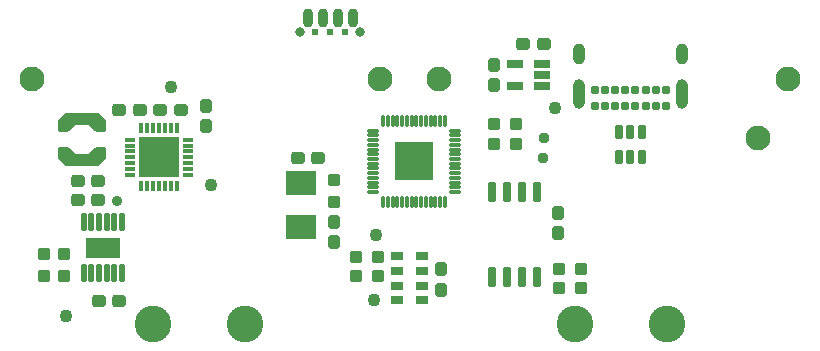
<source format=gbs>
G04 #@! TF.GenerationSoftware,KiCad,Pcbnew,7.0.5-0*
G04 #@! TF.CreationDate,2023-10-09T15:45:39-04:00*
G04 #@! TF.ProjectId,SLAPS_Solar_Harvester,534c4150-535f-4536-9f6c-61725f486172,V1.1*
G04 #@! TF.SameCoordinates,Original*
G04 #@! TF.FileFunction,Soldermask,Bot*
G04 #@! TF.FilePolarity,Negative*
%FSLAX46Y46*%
G04 Gerber Fmt 4.6, Leading zero omitted, Abs format (unit mm)*
G04 Created by KiCad (PCBNEW 7.0.5-0) date 2023-10-09 15:45:39*
%MOMM*%
%LPD*%
G01*
G04 APERTURE LIST*
G04 Aperture macros list*
%AMRoundRect*
0 Rectangle with rounded corners*
0 $1 Rounding radius*
0 $2 $3 $4 $5 $6 $7 $8 $9 X,Y pos of 4 corners*
0 Add a 4 corners polygon primitive as box body*
4,1,4,$2,$3,$4,$5,$6,$7,$8,$9,$2,$3,0*
0 Add four circle primitives for the rounded corners*
1,1,$1+$1,$2,$3*
1,1,$1+$1,$4,$5*
1,1,$1+$1,$6,$7*
1,1,$1+$1,$8,$9*
0 Add four rect primitives between the rounded corners*
20,1,$1+$1,$2,$3,$4,$5,0*
20,1,$1+$1,$4,$5,$6,$7,0*
20,1,$1+$1,$6,$7,$8,$9,0*
20,1,$1+$1,$8,$9,$2,$3,0*%
%AMFreePoly0*
4,1,39,1.035011,1.991743,1.035046,1.991728,1.061728,1.965046,1.061743,1.965011,1.065850,1.945000,1.065850,1.170000,1.062217,1.151133,1.062203,1.151098,1.051413,1.134505,0.485850,0.554315,0.485850,-0.554315,1.051413,-1.134505,1.062203,-1.151098,1.062217,-1.151133,1.065850,-1.170000,1.065850,-1.945000,1.061743,-1.965011,1.061728,-1.965046,1.035046,-1.991728,1.035011,-1.991743,
1.015000,-1.995850,0.115000,-1.995850,0.095462,-1.991942,0.095426,-1.991927,0.079043,-1.980956,-0.470956,-1.430956,-0.481728,-1.415046,-0.481743,-1.415011,-0.485850,-1.395000,-0.485850,1.395000,-0.481942,1.414538,-0.481927,1.414574,-0.470631,1.431279,0.089369,1.981278,0.104954,1.991728,0.104989,1.991743,0.125000,1.995850,1.015000,1.995850,1.035011,1.991743,1.035011,1.991743,
$1*%
%AMFreePoly1*
4,1,44,-0.108300,1.992306,-0.108075,1.992946,-0.108058,1.992940,-0.106394,1.991901,-0.104368,1.991472,-0.104350,1.991464,-0.104641,1.990808,-0.089369,1.981279,0.470631,1.431278,0.481728,1.415046,0.481743,1.415011,0.485850,1.395000,0.485850,-1.395000,0.481942,-1.414538,0.481927,-1.414574,0.470956,-1.430957,-0.079044,-1.980956,-0.094954,-1.991728,-0.094989,-1.991743,-0.115000,-1.995850,
-1.015000,-1.995850,-1.035011,-1.991743,-1.035046,-1.991728,-1.061728,-1.965046,-1.061743,-1.965011,-1.065850,-1.945000,-1.065850,-1.170000,-1.062217,-1.151133,-1.062203,-1.151098,-1.051413,-1.134505,-0.485850,-0.554315,-0.485850,0.554315,-1.051413,1.134505,-1.062203,1.151098,-1.062217,1.151133,-1.065850,1.170000,-1.065850,1.945000,-1.061743,1.965011,-1.061728,1.965046,-1.035046,1.991728,
-1.035011,1.991743,-1.015000,1.995850,-0.125000,1.995850,-0.108300,1.992306,-0.108300,1.992306,$1*%
G04 Aperture macros list end*
%ADD10C,2.101600*%
%ADD11C,3.101600*%
%ADD12C,0.801600*%
%ADD13C,0.601600*%
%ADD14O,0.901600X1.601600*%
%ADD15C,0.771600*%
%ADD16O,1.001600X2.501600*%
%ADD17O,1.001600X1.801600*%
%ADD18C,0.951600*%
%ADD19RoundRect,0.288300X0.300000X0.237500X-0.300000X0.237500X-0.300000X-0.237500X0.300000X-0.237500X0*%
%ADD20RoundRect,0.150800X0.100000X-0.625000X0.100000X0.625000X-0.100000X0.625000X-0.100000X-0.625000X0*%
%ADD21RoundRect,0.050800X1.425000X-0.825000X1.425000X0.825000X-1.425000X0.825000X-1.425000X-0.825000X0*%
%ADD22RoundRect,0.288300X-0.237500X0.300000X-0.237500X-0.300000X0.237500X-0.300000X0.237500X0.300000X0*%
%ADD23RoundRect,0.050800X-1.200000X1.000000X-1.200000X-1.000000X1.200000X-1.000000X1.200000X1.000000X0*%
%ADD24C,1.101600*%
%ADD25FreePoly0,90.000000*%
%ADD26FreePoly1,90.000000*%
%ADD27RoundRect,0.200800X0.150000X-0.650000X0.150000X0.650000X-0.150000X0.650000X-0.150000X-0.650000X0*%
%ADD28RoundRect,0.288300X0.237500X-0.300000X0.237500X0.300000X-0.237500X0.300000X-0.237500X-0.300000X0*%
%ADD29RoundRect,0.100800X0.050000X-0.387500X0.050000X0.387500X-0.050000X0.387500X-0.050000X-0.387500X0*%
%ADD30RoundRect,0.100800X0.387500X-0.050000X0.387500X0.050000X-0.387500X0.050000X-0.387500X-0.050000X0*%
%ADD31RoundRect,0.194800X1.456000X-1.456000X1.456000X1.456000X-1.456000X1.456000X-1.456000X-1.456000X0*%
%ADD32RoundRect,0.288300X0.250000X0.237500X-0.250000X0.237500X-0.250000X-0.237500X0.250000X-0.237500X0*%
%ADD33RoundRect,0.050800X0.475000X0.275000X-0.475000X0.275000X-0.475000X-0.275000X0.475000X-0.275000X0*%
%ADD34RoundRect,0.200800X0.512500X0.150000X-0.512500X0.150000X-0.512500X-0.150000X0.512500X-0.150000X0*%
%ADD35RoundRect,0.288300X-0.250000X-0.237500X0.250000X-0.237500X0.250000X0.237500X-0.250000X0.237500X0*%
%ADD36RoundRect,0.288300X0.287500X0.237500X-0.287500X0.237500X-0.287500X-0.237500X0.287500X-0.237500X0*%
%ADD37RoundRect,0.288300X0.237500X-0.250000X0.237500X0.250000X-0.237500X0.250000X-0.237500X-0.250000X0*%
%ADD38RoundRect,0.288300X-0.237500X0.250000X-0.237500X-0.250000X0.237500X-0.250000X0.237500X0.250000X0*%
%ADD39RoundRect,0.113300X-0.062500X0.337500X-0.062500X-0.337500X0.062500X-0.337500X0.062500X0.337500X0*%
%ADD40RoundRect,0.113300X-0.337500X0.062500X-0.337500X-0.062500X0.337500X-0.062500X0.337500X0.062500X0*%
%ADD41RoundRect,0.050800X-1.675000X1.675000X-1.675000X-1.675000X1.675000X-1.675000X1.675000X1.675000X0*%
%ADD42C,0.901600*%
%ADD43RoundRect,0.213300X0.162500X-0.367500X0.162500X0.367500X-0.162500X0.367500X-0.162500X-0.367500X0*%
G04 APERTURE END LIST*
D10*
X188750440Y-96748780D03*
D11*
X134980000Y-117500000D03*
X142750000Y-117500000D03*
X170750000Y-117500000D03*
X178520000Y-117500000D03*
D10*
X159250880Y-96748780D03*
X124750060Y-96748780D03*
X186200000Y-101700000D03*
D12*
X152540000Y-92725500D03*
D13*
X151270000Y-92725500D03*
X150000000Y-92725500D03*
X148730000Y-92725500D03*
D12*
X147460000Y-92725500D03*
D14*
X151905000Y-91570500D03*
X150635000Y-91570500D03*
X149365000Y-91570500D03*
X148095000Y-91570500D03*
D10*
X154249620Y-96748780D03*
D15*
X178400000Y-99000000D03*
X177550000Y-99000000D03*
X176700000Y-99000000D03*
X175850000Y-99000000D03*
X175000000Y-99000000D03*
X174150000Y-99000000D03*
X173300000Y-99000000D03*
X172450000Y-99000000D03*
X172450000Y-97650000D03*
X173300000Y-97650000D03*
X174150000Y-97650000D03*
X175000000Y-97650000D03*
X175850000Y-97650000D03*
X176700000Y-97650000D03*
X177550000Y-97650000D03*
X178400000Y-97650000D03*
D16*
X179750000Y-98020000D03*
D17*
X179750000Y-94640000D03*
D16*
X171100000Y-98020000D03*
D17*
X171100000Y-94640000D03*
D18*
X168014969Y-103382309D03*
D19*
X132112500Y-115500000D03*
X130387500Y-115500000D03*
D20*
X132375000Y-113150000D03*
X131725000Y-113150000D03*
X131075000Y-113150000D03*
X130425000Y-113150000D03*
X129775000Y-113150000D03*
X129125000Y-113150000D03*
X129125000Y-108850000D03*
X129775000Y-108850000D03*
X130425000Y-108850000D03*
X131075000Y-108850000D03*
X131725000Y-108850000D03*
X132375000Y-108850000D03*
D21*
X130750000Y-111000000D03*
D22*
X169300000Y-108037500D03*
X169300000Y-109762500D03*
D18*
X168125653Y-101757502D03*
D23*
X147500000Y-105550000D03*
X147500000Y-109250000D03*
D24*
X153900000Y-109900000D03*
D22*
X159400000Y-112837500D03*
X159400000Y-114562500D03*
D25*
X129000000Y-103627500D03*
D26*
X129000000Y-100097500D03*
D22*
X163900000Y-95537500D03*
X163900000Y-97262500D03*
D19*
X130362500Y-107000000D03*
X128637500Y-107000000D03*
D24*
X153700000Y-115400000D03*
D19*
X130362500Y-105362500D03*
X128637500Y-105362500D03*
D27*
X167505000Y-113500000D03*
X166235000Y-113500000D03*
X164965000Y-113500000D03*
X163695000Y-113500000D03*
X163695000Y-106300000D03*
X164965000Y-106300000D03*
X166235000Y-106300000D03*
X167505000Y-106300000D03*
D28*
X150300000Y-110562500D03*
X150300000Y-108837500D03*
D29*
X159700000Y-107137500D03*
X159300000Y-107137500D03*
X158900000Y-107137500D03*
X158500000Y-107137500D03*
X158100000Y-107137500D03*
X157700000Y-107137500D03*
X157300000Y-107137500D03*
X156900000Y-107137500D03*
X156500000Y-107137500D03*
X156100000Y-107137500D03*
X155700000Y-107137500D03*
X155300000Y-107137500D03*
X154900000Y-107137500D03*
X154500000Y-107137500D03*
D30*
X153662500Y-106300000D03*
X153662500Y-105900000D03*
X153662500Y-105500000D03*
X153662500Y-105100000D03*
X153662500Y-104700000D03*
X153662500Y-104300000D03*
X153662500Y-103900000D03*
X153662500Y-103500000D03*
X153662500Y-103100000D03*
X153662500Y-102700000D03*
X153662500Y-102300000D03*
X153662500Y-101900000D03*
X153662500Y-101500000D03*
X153662500Y-101100000D03*
D29*
X154500000Y-100262500D03*
X154900000Y-100262500D03*
X155300000Y-100262500D03*
X155700000Y-100262500D03*
X156100000Y-100262500D03*
X156500000Y-100262500D03*
X156900000Y-100262500D03*
X157300000Y-100262500D03*
X157700000Y-100262500D03*
X158100000Y-100262500D03*
X158500000Y-100262500D03*
X158900000Y-100262500D03*
X159300000Y-100262500D03*
X159700000Y-100262500D03*
D30*
X160537500Y-101100000D03*
X160537500Y-101500000D03*
X160537500Y-101900000D03*
X160537500Y-102300000D03*
X160537500Y-102700000D03*
X160537500Y-103100000D03*
X160537500Y-103500000D03*
X160537500Y-103900000D03*
X160537500Y-104300000D03*
X160537500Y-104700000D03*
X160537500Y-105100000D03*
X160537500Y-105500000D03*
X160537500Y-105900000D03*
X160537500Y-106300000D03*
D31*
X157100000Y-103700000D03*
D24*
X127600000Y-116800000D03*
D32*
X171212500Y-112800000D03*
X169387500Y-112800000D03*
D33*
X157775000Y-111725000D03*
X157775000Y-112975000D03*
X157775000Y-114225000D03*
X157775000Y-115475000D03*
X155625000Y-115475000D03*
X155625000Y-114225000D03*
X155625000Y-112975000D03*
X155625000Y-111725000D03*
D24*
X139900000Y-105700000D03*
D34*
X167937500Y-95450000D03*
X167937500Y-96400000D03*
X167937500Y-97350000D03*
X165662500Y-97350000D03*
X165662500Y-95450000D03*
D32*
X171212500Y-114400000D03*
X169387500Y-114400000D03*
D35*
X152187500Y-111800000D03*
X154012500Y-111800000D03*
D36*
X137375000Y-99362500D03*
X135625000Y-99362500D03*
D28*
X139500000Y-100725000D03*
X139500000Y-99000000D03*
D37*
X150300000Y-107112500D03*
X150300000Y-105287500D03*
D19*
X148962500Y-103400000D03*
X147237500Y-103400000D03*
D35*
X163887500Y-102250000D03*
X165712500Y-102250000D03*
D38*
X125750000Y-111587500D03*
X125750000Y-113412500D03*
D35*
X152187500Y-113400000D03*
X154012500Y-113400000D03*
D39*
X134000000Y-100912500D03*
X134500000Y-100912500D03*
X135000000Y-100912500D03*
X135500000Y-100912500D03*
X136000000Y-100912500D03*
X136500000Y-100912500D03*
X137000000Y-100912500D03*
D40*
X137950000Y-101862500D03*
X137950000Y-102362500D03*
X137950000Y-102862500D03*
X137950000Y-103362500D03*
X137950000Y-103862500D03*
X137950000Y-104362500D03*
X137950000Y-104862500D03*
D39*
X137000000Y-105812500D03*
X136500000Y-105812500D03*
X136000000Y-105812500D03*
X135500000Y-105812500D03*
X135000000Y-105812500D03*
X134500000Y-105812500D03*
X134000000Y-105812500D03*
D40*
X133050000Y-104862500D03*
X133050000Y-104362500D03*
X133050000Y-103862500D03*
X133050000Y-103362500D03*
X133050000Y-102862500D03*
X133050000Y-102362500D03*
X133050000Y-101862500D03*
D41*
X135500000Y-103362500D03*
D19*
X133862500Y-99362500D03*
X132137500Y-99362500D03*
D37*
X127500000Y-113412500D03*
X127500000Y-111587500D03*
D42*
X131957040Y-107099999D03*
D24*
X136500000Y-97400000D03*
X169000000Y-99200000D03*
D43*
X176375000Y-103375000D03*
X175425000Y-103375000D03*
X174475000Y-103375000D03*
X174475000Y-101175000D03*
X175425000Y-101175000D03*
X176375000Y-101175000D03*
D19*
X168062500Y-93800000D03*
X166337500Y-93800000D03*
D35*
X163887500Y-100500000D03*
X165712500Y-100500000D03*
M02*

</source>
